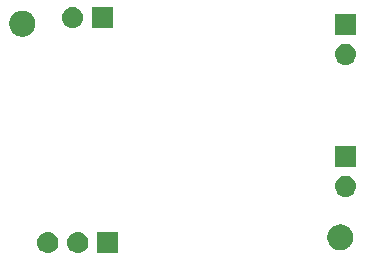
<source format=gbr>
G04 #@! TF.GenerationSoftware,KiCad,Pcbnew,5.1.2-f72e74a~84~ubuntu18.04.1*
G04 #@! TF.CreationDate,2019-12-19T12:51:00+00:00*
G04 #@! TF.ProjectId,mbus_guru,6d627573-5f67-4757-9275-2e6b69636164,rev?*
G04 #@! TF.SameCoordinates,Original*
G04 #@! TF.FileFunction,Soldermask,Bot*
G04 #@! TF.FilePolarity,Negative*
%FSLAX46Y46*%
G04 Gerber Fmt 4.6, Leading zero omitted, Abs format (unit mm)*
G04 Created by KiCad (PCBNEW 5.1.2-f72e74a~84~ubuntu18.04.1) date 2019-12-19 12:51:00*
%MOMM*%
%LPD*%
G04 APERTURE LIST*
%ADD10C,0.100000*%
G04 APERTURE END LIST*
D10*
G36*
X129840943Y-99435519D02*
G01*
X129907127Y-99442037D01*
X130076966Y-99493557D01*
X130233491Y-99577222D01*
X130269229Y-99606552D01*
X130370686Y-99689814D01*
X130453948Y-99791271D01*
X130483278Y-99827009D01*
X130566943Y-99983534D01*
X130618463Y-100153373D01*
X130635859Y-100330000D01*
X130618463Y-100506627D01*
X130566943Y-100676466D01*
X130483278Y-100832991D01*
X130460133Y-100861193D01*
X130370686Y-100970186D01*
X130269229Y-101053448D01*
X130233491Y-101082778D01*
X130076966Y-101166443D01*
X129907127Y-101217963D01*
X129840943Y-101224481D01*
X129774760Y-101231000D01*
X129686240Y-101231000D01*
X129620058Y-101224482D01*
X129553873Y-101217963D01*
X129384034Y-101166443D01*
X129227509Y-101082778D01*
X129191771Y-101053448D01*
X129090314Y-100970186D01*
X129000867Y-100861193D01*
X128977722Y-100832991D01*
X128894057Y-100676466D01*
X128842537Y-100506627D01*
X128825141Y-100330000D01*
X128842537Y-100153373D01*
X128894057Y-99983534D01*
X128977722Y-99827009D01*
X129007052Y-99791271D01*
X129090314Y-99689814D01*
X129191771Y-99606552D01*
X129227509Y-99577222D01*
X129384034Y-99493557D01*
X129553873Y-99442037D01*
X129620058Y-99435518D01*
X129686240Y-99429000D01*
X129774760Y-99429000D01*
X129840943Y-99435519D01*
X129840943Y-99435519D01*
G37*
G36*
X127300943Y-99435519D02*
G01*
X127367127Y-99442037D01*
X127536966Y-99493557D01*
X127693491Y-99577222D01*
X127729229Y-99606552D01*
X127830686Y-99689814D01*
X127913948Y-99791271D01*
X127943278Y-99827009D01*
X128026943Y-99983534D01*
X128078463Y-100153373D01*
X128095859Y-100330000D01*
X128078463Y-100506627D01*
X128026943Y-100676466D01*
X127943278Y-100832991D01*
X127920133Y-100861193D01*
X127830686Y-100970186D01*
X127729229Y-101053448D01*
X127693491Y-101082778D01*
X127536966Y-101166443D01*
X127367127Y-101217963D01*
X127300943Y-101224481D01*
X127234760Y-101231000D01*
X127146240Y-101231000D01*
X127080058Y-101224482D01*
X127013873Y-101217963D01*
X126844034Y-101166443D01*
X126687509Y-101082778D01*
X126651771Y-101053448D01*
X126550314Y-100970186D01*
X126460867Y-100861193D01*
X126437722Y-100832991D01*
X126354057Y-100676466D01*
X126302537Y-100506627D01*
X126285141Y-100330000D01*
X126302537Y-100153373D01*
X126354057Y-99983534D01*
X126437722Y-99827009D01*
X126467052Y-99791271D01*
X126550314Y-99689814D01*
X126651771Y-99606552D01*
X126687509Y-99577222D01*
X126844034Y-99493557D01*
X127013873Y-99442037D01*
X127080058Y-99435518D01*
X127146240Y-99429000D01*
X127234760Y-99429000D01*
X127300943Y-99435519D01*
X127300943Y-99435519D01*
G37*
G36*
X133171500Y-101231000D02*
G01*
X131369500Y-101231000D01*
X131369500Y-99429000D01*
X133171500Y-99429000D01*
X133171500Y-101231000D01*
X133171500Y-101231000D01*
G37*
G36*
X152170295Y-98805656D02*
G01*
X152276650Y-98826811D01*
X152477020Y-98909807D01*
X152657344Y-99030295D01*
X152810705Y-99183656D01*
X152931193Y-99363980D01*
X153014189Y-99564351D01*
X153056500Y-99777060D01*
X153056500Y-99993940D01*
X153014189Y-100206649D01*
X152931193Y-100407020D01*
X152810705Y-100587344D01*
X152657344Y-100740705D01*
X152477020Y-100861193D01*
X152376834Y-100902691D01*
X152276650Y-100944189D01*
X152170295Y-100965344D01*
X152063940Y-100986500D01*
X151847060Y-100986500D01*
X151740705Y-100965344D01*
X151634350Y-100944189D01*
X151433980Y-100861193D01*
X151253656Y-100740705D01*
X151100295Y-100587344D01*
X150979807Y-100407020D01*
X150896811Y-100206649D01*
X150854500Y-99993940D01*
X150854500Y-99777060D01*
X150896811Y-99564351D01*
X150979807Y-99363980D01*
X151100295Y-99183656D01*
X151253656Y-99030295D01*
X151433980Y-98909807D01*
X151634350Y-98826811D01*
X151740705Y-98805656D01*
X151847060Y-98784500D01*
X152063940Y-98784500D01*
X152170295Y-98805656D01*
X152170295Y-98805656D01*
G37*
G36*
X152510442Y-94673018D02*
G01*
X152576627Y-94679537D01*
X152746466Y-94731057D01*
X152902991Y-94814722D01*
X152938729Y-94844052D01*
X153040186Y-94927314D01*
X153123448Y-95028771D01*
X153152778Y-95064509D01*
X153236443Y-95221034D01*
X153287963Y-95390873D01*
X153305359Y-95567500D01*
X153287963Y-95744127D01*
X153236443Y-95913966D01*
X153152778Y-96070491D01*
X153123448Y-96106229D01*
X153040186Y-96207686D01*
X152938729Y-96290948D01*
X152902991Y-96320278D01*
X152746466Y-96403943D01*
X152576627Y-96455463D01*
X152510443Y-96461981D01*
X152444260Y-96468500D01*
X152355740Y-96468500D01*
X152289557Y-96461981D01*
X152223373Y-96455463D01*
X152053534Y-96403943D01*
X151897009Y-96320278D01*
X151861271Y-96290948D01*
X151759814Y-96207686D01*
X151676552Y-96106229D01*
X151647222Y-96070491D01*
X151563557Y-95913966D01*
X151512037Y-95744127D01*
X151494641Y-95567500D01*
X151512037Y-95390873D01*
X151563557Y-95221034D01*
X151647222Y-95064509D01*
X151676552Y-95028771D01*
X151759814Y-94927314D01*
X151861271Y-94844052D01*
X151897009Y-94814722D01*
X152053534Y-94731057D01*
X152223373Y-94679537D01*
X152289558Y-94673018D01*
X152355740Y-94666500D01*
X152444260Y-94666500D01*
X152510442Y-94673018D01*
X152510442Y-94673018D01*
G37*
G36*
X153301000Y-93928500D02*
G01*
X151499000Y-93928500D01*
X151499000Y-92126500D01*
X153301000Y-92126500D01*
X153301000Y-93928500D01*
X153301000Y-93928500D01*
G37*
G36*
X152510443Y-83497019D02*
G01*
X152576627Y-83503537D01*
X152746466Y-83555057D01*
X152902991Y-83638722D01*
X152938729Y-83668052D01*
X153040186Y-83751314D01*
X153123448Y-83852771D01*
X153152778Y-83888509D01*
X153236443Y-84045034D01*
X153287963Y-84214873D01*
X153305359Y-84391500D01*
X153287963Y-84568127D01*
X153236443Y-84737966D01*
X153152778Y-84894491D01*
X153123448Y-84930229D01*
X153040186Y-85031686D01*
X152938729Y-85114948D01*
X152902991Y-85144278D01*
X152746466Y-85227943D01*
X152576627Y-85279463D01*
X152510443Y-85285981D01*
X152444260Y-85292500D01*
X152355740Y-85292500D01*
X152289557Y-85285981D01*
X152223373Y-85279463D01*
X152053534Y-85227943D01*
X151897009Y-85144278D01*
X151861271Y-85114948D01*
X151759814Y-85031686D01*
X151676552Y-84930229D01*
X151647222Y-84894491D01*
X151563557Y-84737966D01*
X151512037Y-84568127D01*
X151494641Y-84391500D01*
X151512037Y-84214873D01*
X151563557Y-84045034D01*
X151647222Y-83888509D01*
X151676552Y-83852771D01*
X151759814Y-83751314D01*
X151861271Y-83668052D01*
X151897009Y-83638722D01*
X152053534Y-83555057D01*
X152223373Y-83503537D01*
X152289557Y-83497019D01*
X152355740Y-83490500D01*
X152444260Y-83490500D01*
X152510443Y-83497019D01*
X152510443Y-83497019D01*
G37*
G36*
X125246294Y-80708155D02*
G01*
X125352650Y-80729311D01*
X125553020Y-80812307D01*
X125733344Y-80932795D01*
X125886705Y-81086156D01*
X126007193Y-81266480D01*
X126007193Y-81266481D01*
X126085954Y-81456625D01*
X126090189Y-81466851D01*
X126132500Y-81679560D01*
X126132500Y-81896440D01*
X126111345Y-82002794D01*
X126090189Y-82109150D01*
X126007193Y-82309520D01*
X125886705Y-82489844D01*
X125733344Y-82643205D01*
X125553020Y-82763693D01*
X125452834Y-82805191D01*
X125352650Y-82846689D01*
X125246295Y-82867844D01*
X125139940Y-82889000D01*
X124923060Y-82889000D01*
X124816705Y-82867844D01*
X124710350Y-82846689D01*
X124610166Y-82805191D01*
X124509980Y-82763693D01*
X124329656Y-82643205D01*
X124176295Y-82489844D01*
X124055807Y-82309520D01*
X123972811Y-82109150D01*
X123951655Y-82002794D01*
X123930500Y-81896440D01*
X123930500Y-81679560D01*
X123972811Y-81466851D01*
X123977047Y-81456625D01*
X124055807Y-81266481D01*
X124055807Y-81266480D01*
X124176295Y-81086156D01*
X124329656Y-80932795D01*
X124509980Y-80812307D01*
X124710350Y-80729311D01*
X124816706Y-80708155D01*
X124923060Y-80687000D01*
X125139940Y-80687000D01*
X125246294Y-80708155D01*
X125246294Y-80708155D01*
G37*
G36*
X153301000Y-82752500D02*
G01*
X151499000Y-82752500D01*
X151499000Y-80950500D01*
X153301000Y-80950500D01*
X153301000Y-82752500D01*
X153301000Y-82752500D01*
G37*
G36*
X132727000Y-82181000D02*
G01*
X130925000Y-82181000D01*
X130925000Y-80379000D01*
X132727000Y-80379000D01*
X132727000Y-82181000D01*
X132727000Y-82181000D01*
G37*
G36*
X129396442Y-80385518D02*
G01*
X129462627Y-80392037D01*
X129632466Y-80443557D01*
X129788991Y-80527222D01*
X129824729Y-80556552D01*
X129926186Y-80639814D01*
X129999633Y-80729311D01*
X130038778Y-80777009D01*
X130122443Y-80933534D01*
X130173963Y-81103373D01*
X130191359Y-81280000D01*
X130173963Y-81456627D01*
X130122443Y-81626466D01*
X130038778Y-81782991D01*
X130009448Y-81818729D01*
X129926186Y-81920186D01*
X129824729Y-82003448D01*
X129788991Y-82032778D01*
X129632466Y-82116443D01*
X129462627Y-82167963D01*
X129396443Y-82174481D01*
X129330260Y-82181000D01*
X129241740Y-82181000D01*
X129175557Y-82174481D01*
X129109373Y-82167963D01*
X128939534Y-82116443D01*
X128783009Y-82032778D01*
X128747271Y-82003448D01*
X128645814Y-81920186D01*
X128562552Y-81818729D01*
X128533222Y-81782991D01*
X128449557Y-81626466D01*
X128398037Y-81456627D01*
X128380641Y-81280000D01*
X128398037Y-81103373D01*
X128449557Y-80933534D01*
X128533222Y-80777009D01*
X128572367Y-80729311D01*
X128645814Y-80639814D01*
X128747271Y-80556552D01*
X128783009Y-80527222D01*
X128939534Y-80443557D01*
X129109373Y-80392037D01*
X129175558Y-80385518D01*
X129241740Y-80379000D01*
X129330260Y-80379000D01*
X129396442Y-80385518D01*
X129396442Y-80385518D01*
G37*
M02*

</source>
